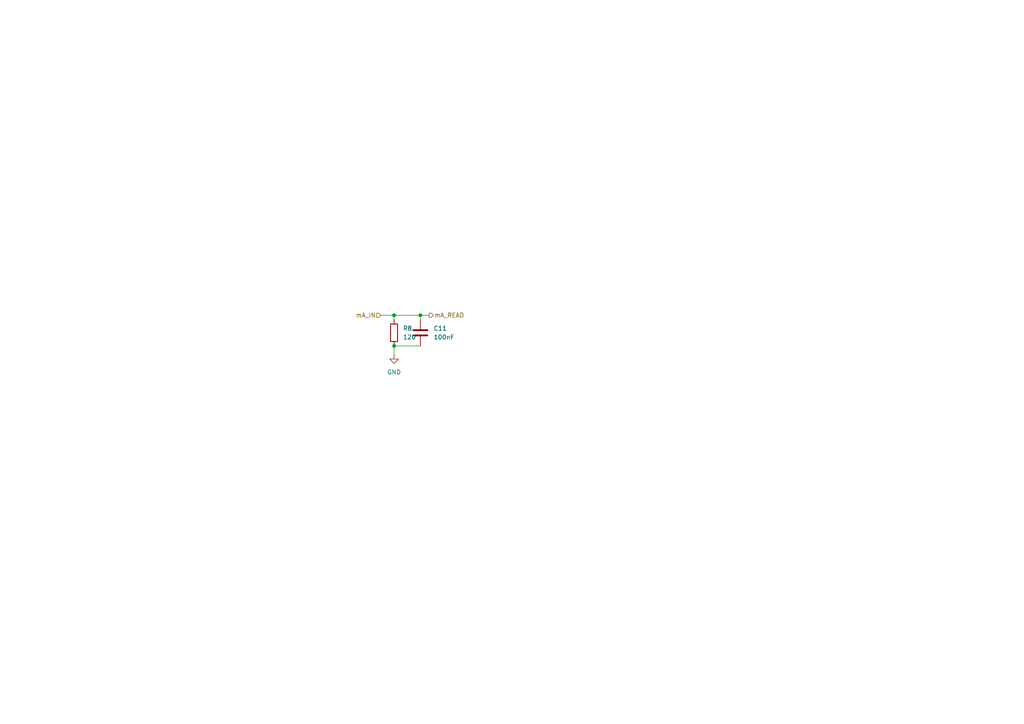
<source format=kicad_sch>
(kicad_sch (version 20250114) (generator "eeschema") (generator_version "9.0")
  (paper "A4")
  (lib_symbols
    (symbol "Device:C" (pin_numbers (hide yes)) (pin_names (offset 0.254))
      (property "Reference" "C" (at 0.635 2.54 0))
      (property "Value" "C" (at 0.635 -2.54 0))
      (symbol "C_0_1"
        (polyline (pts (xy -2.032 0.762) (xy 2.032 0.762)) (stroke (width 0.508)))
        (polyline (pts (xy -2.032 -0.762) (xy 2.032 -0.762)) (stroke (width 0.508)))
      )
      (symbol "C_1_1"
        (pin passive line (at 0 3.81 270) (length 2.794) (name "~") (number "1"))
        (pin passive line (at 0 -3.81 90) (length 2.794) (name "~") (number "2"))
      )
    )
    (symbol "Device:R" (pin_numbers (hide yes)) (pin_names (offset 0))
      (property "Reference" "R" (at 2.032 0 90))
      (property "Value" "R" (at 0 0 90))
      (symbol "R_0_1"
        (rectangle (start -1.016 -2.54) (end 1.016 2.54) (stroke (width 0.254)))
      )
      (symbol "R_1_1"
        (pin passive line (at 0 3.81 270) (length 1.27) (name "~") (number "1"))
        (pin passive line (at 0 -3.81 90) (length 1.27) (name "~") (number "2"))
      )
    )
    (symbol "power:GND" (power) (pin_numbers (hide yes)) (pin_names (offset 0) (hide yes))
      (property "Value" "GND" (at 0 -3.81 0))
      (symbol "GND_0_1"
        (polyline (pts (xy 0 0) (xy 0 -1.27) (xy 1.27 -1.27) (xy 0 -2.54) (xy -1.27 -1.27) (xy 0 -1.27)))
      )
      (symbol "GND_1_1"
        (pin power_in line (at 0 0 270) (length 0) (name "~") (number "1"))
      )
    )
  )
  (junction (at 114.3 100.33))
  (junction (at 114.3 91.44))
  (junction (at 121.92 91.44))
  (wire (pts (xy 114.3 91.44) (xy 114.3 92.71)))
  (wire (pts (xy 121.92 91.44) (xy 124.46 91.44)))
  (wire (pts (xy 110.49 91.44) (xy 114.3 91.44)))
  (wire (pts (xy 114.3 100.33) (xy 121.92 100.33)))
  (wire (pts (xy 121.92 91.44) (xy 121.92 92.71)))
  (wire (pts (xy 114.3 91.44) (xy 121.92 91.44)))
  (wire (pts (xy 114.3 100.33) (xy 114.3 102.87)))
  (hierarchical_label "mA_IN" (shape input) (at 110.49 91.44 180))
  (hierarchical_label "mA_READ" (shape output) (at 124.46 91.44 0))
  (symbol (lib_id "Device:R") (at 114.3 96.52 180) (unit 1)
    (property "Reference" "R8" (at 116.84 95.2499 0) (effects (justify right)))
    (property "Value" "120" (at 116.84 97.7899 0) (effects (justify right)))
    (property "Description" "Resistor" (effects (hide yes)))
    (property "Tolerance" "0.1-1%" (effects (hide yes)))
  )
  (symbol (lib_id "Device:C") (at 121.92 96.52 0) (unit 1)
    (property "Reference" "C11" (at 125.73 95.2499 0) (effects (justify left)))
    (property "Value" "100nF" (at 125.73 97.7899 0) (effects (justify left)))
    (property "Description" "Unpolarized capacitor" (effects (hide yes)))
  )
  (symbol (lib_id "power:GND") (at 114.3 102.87 0) (unit 1)
    (property "Reference" "#PWR029" (effects (hide yes)))
    (property "Value" "GND" (at 114.3 107.95 0))
    (property "Description" "Power symbol creates a global label with name \"GND\" , ground" (effects (hide yes)))
  )
)
</source>
